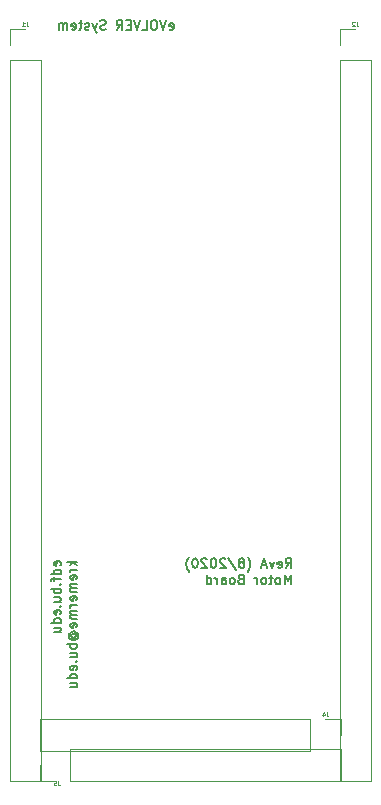
<source format=gbo>
G04 #@! TF.GenerationSoftware,KiCad,Pcbnew,5.1.5+dfsg1-2build2*
G04 #@! TF.CreationDate,2020-08-06T15:55:44-04:00*
G04 #@! TF.ProjectId,Motor_Board,4d6f746f-725f-4426-9f61-72642e6b6963,rev?*
G04 #@! TF.SameCoordinates,Original*
G04 #@! TF.FileFunction,Legend,Bot*
G04 #@! TF.FilePolarity,Positive*
%FSLAX46Y46*%
G04 Gerber Fmt 4.6, Leading zero omitted, Abs format (unit mm)*
G04 Created by KiCad (PCBNEW 5.1.5+dfsg1-2build2) date 2020-08-06 15:55:44*
%MOMM*%
%LPD*%
G04 APERTURE LIST*
%ADD10C,0.152400*%
%ADD11C,0.120000*%
%ADD12C,0.076200*%
G04 APERTURE END LIST*
D10*
X86682459Y-129209195D02*
X86953392Y-128822147D01*
X87146916Y-129209195D02*
X87146916Y-128396395D01*
X86837278Y-128396395D01*
X86759868Y-128435100D01*
X86721163Y-128473804D01*
X86682459Y-128551214D01*
X86682459Y-128667328D01*
X86721163Y-128744738D01*
X86759868Y-128783442D01*
X86837278Y-128822147D01*
X87146916Y-128822147D01*
X86024478Y-129170490D02*
X86101887Y-129209195D01*
X86256706Y-129209195D01*
X86334116Y-129170490D01*
X86372820Y-129093080D01*
X86372820Y-128783442D01*
X86334116Y-128706033D01*
X86256706Y-128667328D01*
X86101887Y-128667328D01*
X86024478Y-128706033D01*
X85985773Y-128783442D01*
X85985773Y-128860852D01*
X86372820Y-128938261D01*
X85714840Y-128667328D02*
X85521316Y-129209195D01*
X85327792Y-128667328D01*
X85056859Y-128976966D02*
X84669811Y-128976966D01*
X85134268Y-129209195D02*
X84863335Y-128396395D01*
X84592401Y-129209195D01*
X83469963Y-129518833D02*
X83508668Y-129480128D01*
X83586078Y-129364014D01*
X83624782Y-129286604D01*
X83663487Y-129170490D01*
X83702192Y-128976966D01*
X83702192Y-128822147D01*
X83663487Y-128628623D01*
X83624782Y-128512509D01*
X83586078Y-128435100D01*
X83508668Y-128318985D01*
X83469963Y-128280280D01*
X83044211Y-128744738D02*
X83121620Y-128706033D01*
X83160325Y-128667328D01*
X83199030Y-128589919D01*
X83199030Y-128551214D01*
X83160325Y-128473804D01*
X83121620Y-128435100D01*
X83044211Y-128396395D01*
X82889392Y-128396395D01*
X82811982Y-128435100D01*
X82773278Y-128473804D01*
X82734573Y-128551214D01*
X82734573Y-128589919D01*
X82773278Y-128667328D01*
X82811982Y-128706033D01*
X82889392Y-128744738D01*
X83044211Y-128744738D01*
X83121620Y-128783442D01*
X83160325Y-128822147D01*
X83199030Y-128899557D01*
X83199030Y-129054376D01*
X83160325Y-129131785D01*
X83121620Y-129170490D01*
X83044211Y-129209195D01*
X82889392Y-129209195D01*
X82811982Y-129170490D01*
X82773278Y-129131785D01*
X82734573Y-129054376D01*
X82734573Y-128899557D01*
X82773278Y-128822147D01*
X82811982Y-128783442D01*
X82889392Y-128744738D01*
X81805659Y-128357690D02*
X82502344Y-129402719D01*
X81573430Y-128473804D02*
X81534725Y-128435100D01*
X81457316Y-128396395D01*
X81263792Y-128396395D01*
X81186382Y-128435100D01*
X81147678Y-128473804D01*
X81108973Y-128551214D01*
X81108973Y-128628623D01*
X81147678Y-128744738D01*
X81612135Y-129209195D01*
X81108973Y-129209195D01*
X80605811Y-128396395D02*
X80528401Y-128396395D01*
X80450992Y-128435100D01*
X80412287Y-128473804D01*
X80373582Y-128551214D01*
X80334878Y-128706033D01*
X80334878Y-128899557D01*
X80373582Y-129054376D01*
X80412287Y-129131785D01*
X80450992Y-129170490D01*
X80528401Y-129209195D01*
X80605811Y-129209195D01*
X80683220Y-129170490D01*
X80721925Y-129131785D01*
X80760630Y-129054376D01*
X80799335Y-128899557D01*
X80799335Y-128706033D01*
X80760630Y-128551214D01*
X80721925Y-128473804D01*
X80683220Y-128435100D01*
X80605811Y-128396395D01*
X80025240Y-128473804D02*
X79986535Y-128435100D01*
X79909125Y-128396395D01*
X79715601Y-128396395D01*
X79638192Y-128435100D01*
X79599487Y-128473804D01*
X79560782Y-128551214D01*
X79560782Y-128628623D01*
X79599487Y-128744738D01*
X80063944Y-129209195D01*
X79560782Y-129209195D01*
X79057620Y-128396395D02*
X78980211Y-128396395D01*
X78902801Y-128435100D01*
X78864097Y-128473804D01*
X78825392Y-128551214D01*
X78786687Y-128706033D01*
X78786687Y-128899557D01*
X78825392Y-129054376D01*
X78864097Y-129131785D01*
X78902801Y-129170490D01*
X78980211Y-129209195D01*
X79057620Y-129209195D01*
X79135030Y-129170490D01*
X79173735Y-129131785D01*
X79212440Y-129054376D01*
X79251144Y-128899557D01*
X79251144Y-128706033D01*
X79212440Y-128551214D01*
X79173735Y-128473804D01*
X79135030Y-128435100D01*
X79057620Y-128396395D01*
X78515754Y-129518833D02*
X78477049Y-129480128D01*
X78399640Y-129364014D01*
X78360935Y-129286604D01*
X78322230Y-129170490D01*
X78283525Y-128976966D01*
X78283525Y-128822147D01*
X78322230Y-128628623D01*
X78360935Y-128512509D01*
X78399640Y-128435100D01*
X78477049Y-128318985D01*
X78515754Y-128280280D01*
X87146916Y-130580795D02*
X87146916Y-129767995D01*
X86875982Y-130348566D01*
X86605049Y-129767995D01*
X86605049Y-130580795D01*
X86101887Y-130580795D02*
X86179297Y-130542090D01*
X86218001Y-130503385D01*
X86256706Y-130425976D01*
X86256706Y-130193747D01*
X86218001Y-130116338D01*
X86179297Y-130077633D01*
X86101887Y-130038928D01*
X85985773Y-130038928D01*
X85908363Y-130077633D01*
X85869659Y-130116338D01*
X85830954Y-130193747D01*
X85830954Y-130425976D01*
X85869659Y-130503385D01*
X85908363Y-130542090D01*
X85985773Y-130580795D01*
X86101887Y-130580795D01*
X85598725Y-130038928D02*
X85289087Y-130038928D01*
X85482611Y-129767995D02*
X85482611Y-130464680D01*
X85443906Y-130542090D01*
X85366497Y-130580795D01*
X85289087Y-130580795D01*
X84902040Y-130580795D02*
X84979449Y-130542090D01*
X85018154Y-130503385D01*
X85056859Y-130425976D01*
X85056859Y-130193747D01*
X85018154Y-130116338D01*
X84979449Y-130077633D01*
X84902040Y-130038928D01*
X84785925Y-130038928D01*
X84708516Y-130077633D01*
X84669811Y-130116338D01*
X84631106Y-130193747D01*
X84631106Y-130425976D01*
X84669811Y-130503385D01*
X84708516Y-130542090D01*
X84785925Y-130580795D01*
X84902040Y-130580795D01*
X84282763Y-130580795D02*
X84282763Y-130038928D01*
X84282763Y-130193747D02*
X84244059Y-130116338D01*
X84205354Y-130077633D01*
X84127944Y-130038928D01*
X84050535Y-130038928D01*
X82889392Y-130155042D02*
X82773278Y-130193747D01*
X82734573Y-130232452D01*
X82695868Y-130309861D01*
X82695868Y-130425976D01*
X82734573Y-130503385D01*
X82773278Y-130542090D01*
X82850687Y-130580795D01*
X83160325Y-130580795D01*
X83160325Y-129767995D01*
X82889392Y-129767995D01*
X82811982Y-129806700D01*
X82773278Y-129845404D01*
X82734573Y-129922814D01*
X82734573Y-130000223D01*
X82773278Y-130077633D01*
X82811982Y-130116338D01*
X82889392Y-130155042D01*
X83160325Y-130155042D01*
X82231411Y-130580795D02*
X82308820Y-130542090D01*
X82347525Y-130503385D01*
X82386230Y-130425976D01*
X82386230Y-130193747D01*
X82347525Y-130116338D01*
X82308820Y-130077633D01*
X82231411Y-130038928D01*
X82115297Y-130038928D01*
X82037887Y-130077633D01*
X81999182Y-130116338D01*
X81960478Y-130193747D01*
X81960478Y-130425976D01*
X81999182Y-130503385D01*
X82037887Y-130542090D01*
X82115297Y-130580795D01*
X82231411Y-130580795D01*
X81263792Y-130580795D02*
X81263792Y-130155042D01*
X81302497Y-130077633D01*
X81379906Y-130038928D01*
X81534725Y-130038928D01*
X81612135Y-130077633D01*
X81263792Y-130542090D02*
X81341201Y-130580795D01*
X81534725Y-130580795D01*
X81612135Y-130542090D01*
X81650840Y-130464680D01*
X81650840Y-130387271D01*
X81612135Y-130309861D01*
X81534725Y-130271157D01*
X81341201Y-130271157D01*
X81263792Y-130232452D01*
X80876744Y-130580795D02*
X80876744Y-130038928D01*
X80876744Y-130193747D02*
X80838040Y-130116338D01*
X80799335Y-130077633D01*
X80721925Y-130038928D01*
X80644516Y-130038928D01*
X80025240Y-130580795D02*
X80025240Y-129767995D01*
X80025240Y-130542090D02*
X80102649Y-130580795D01*
X80257468Y-130580795D01*
X80334878Y-130542090D01*
X80373582Y-130503385D01*
X80412287Y-130425976D01*
X80412287Y-130193747D01*
X80373582Y-130116338D01*
X80334878Y-130077633D01*
X80257468Y-130038928D01*
X80102649Y-130038928D01*
X80025240Y-130077633D01*
X76867657Y-83602890D02*
X76945066Y-83641595D01*
X77099885Y-83641595D01*
X77177295Y-83602890D01*
X77216000Y-83525480D01*
X77216000Y-83215842D01*
X77177295Y-83138433D01*
X77099885Y-83099728D01*
X76945066Y-83099728D01*
X76867657Y-83138433D01*
X76828952Y-83215842D01*
X76828952Y-83293252D01*
X77216000Y-83370661D01*
X76596723Y-82828795D02*
X76325790Y-83641595D01*
X76054857Y-82828795D01*
X75629104Y-82828795D02*
X75474285Y-82828795D01*
X75396876Y-82867500D01*
X75319466Y-82944909D01*
X75280761Y-83099728D01*
X75280761Y-83370661D01*
X75319466Y-83525480D01*
X75396876Y-83602890D01*
X75474285Y-83641595D01*
X75629104Y-83641595D01*
X75706514Y-83602890D01*
X75783923Y-83525480D01*
X75822628Y-83370661D01*
X75822628Y-83099728D01*
X75783923Y-82944909D01*
X75706514Y-82867500D01*
X75629104Y-82828795D01*
X74545371Y-83641595D02*
X74932419Y-83641595D01*
X74932419Y-82828795D01*
X74390552Y-82828795D02*
X74119619Y-83641595D01*
X73848685Y-82828795D01*
X73577752Y-83215842D02*
X73306819Y-83215842D01*
X73190704Y-83641595D02*
X73577752Y-83641595D01*
X73577752Y-82828795D01*
X73190704Y-82828795D01*
X72377904Y-83641595D02*
X72648838Y-83254547D01*
X72842361Y-83641595D02*
X72842361Y-82828795D01*
X72532723Y-82828795D01*
X72455314Y-82867500D01*
X72416609Y-82906204D01*
X72377904Y-82983614D01*
X72377904Y-83099728D01*
X72416609Y-83177138D01*
X72455314Y-83215842D01*
X72532723Y-83254547D01*
X72842361Y-83254547D01*
X71448990Y-83602890D02*
X71332876Y-83641595D01*
X71139352Y-83641595D01*
X71061942Y-83602890D01*
X71023238Y-83564185D01*
X70984533Y-83486776D01*
X70984533Y-83409366D01*
X71023238Y-83331957D01*
X71061942Y-83293252D01*
X71139352Y-83254547D01*
X71294171Y-83215842D01*
X71371580Y-83177138D01*
X71410285Y-83138433D01*
X71448990Y-83061023D01*
X71448990Y-82983614D01*
X71410285Y-82906204D01*
X71371580Y-82867500D01*
X71294171Y-82828795D01*
X71100647Y-82828795D01*
X70984533Y-82867500D01*
X70713600Y-83099728D02*
X70520076Y-83641595D01*
X70326552Y-83099728D02*
X70520076Y-83641595D01*
X70597485Y-83835119D01*
X70636190Y-83873823D01*
X70713600Y-83912528D01*
X70055619Y-83602890D02*
X69978209Y-83641595D01*
X69823390Y-83641595D01*
X69745980Y-83602890D01*
X69707276Y-83525480D01*
X69707276Y-83486776D01*
X69745980Y-83409366D01*
X69823390Y-83370661D01*
X69939504Y-83370661D01*
X70016914Y-83331957D01*
X70055619Y-83254547D01*
X70055619Y-83215842D01*
X70016914Y-83138433D01*
X69939504Y-83099728D01*
X69823390Y-83099728D01*
X69745980Y-83138433D01*
X69475047Y-83099728D02*
X69165409Y-83099728D01*
X69358933Y-82828795D02*
X69358933Y-83525480D01*
X69320228Y-83602890D01*
X69242819Y-83641595D01*
X69165409Y-83641595D01*
X68584838Y-83602890D02*
X68662247Y-83641595D01*
X68817066Y-83641595D01*
X68894476Y-83602890D01*
X68933180Y-83525480D01*
X68933180Y-83215842D01*
X68894476Y-83138433D01*
X68817066Y-83099728D01*
X68662247Y-83099728D01*
X68584838Y-83138433D01*
X68546133Y-83215842D01*
X68546133Y-83293252D01*
X68933180Y-83370661D01*
X68197790Y-83641595D02*
X68197790Y-83099728D01*
X68197790Y-83177138D02*
X68159085Y-83138433D01*
X68081676Y-83099728D01*
X67965561Y-83099728D01*
X67888152Y-83138433D01*
X67849447Y-83215842D01*
X67849447Y-83641595D01*
X67849447Y-83215842D02*
X67810742Y-83138433D01*
X67733333Y-83099728D01*
X67617219Y-83099728D01*
X67539809Y-83138433D01*
X67501104Y-83215842D01*
X67501104Y-83641595D01*
X67600890Y-128999221D02*
X67639595Y-128921812D01*
X67639595Y-128766993D01*
X67600890Y-128689583D01*
X67523480Y-128650879D01*
X67213842Y-128650879D01*
X67136433Y-128689583D01*
X67097728Y-128766993D01*
X67097728Y-128921812D01*
X67136433Y-128999221D01*
X67213842Y-129037926D01*
X67291252Y-129037926D01*
X67368661Y-128650879D01*
X67639595Y-129734612D02*
X66826795Y-129734612D01*
X67600890Y-129734612D02*
X67639595Y-129657202D01*
X67639595Y-129502383D01*
X67600890Y-129424974D01*
X67562185Y-129386269D01*
X67484776Y-129347564D01*
X67252547Y-129347564D01*
X67175138Y-129386269D01*
X67136433Y-129424974D01*
X67097728Y-129502383D01*
X67097728Y-129657202D01*
X67136433Y-129734612D01*
X67097728Y-130005545D02*
X67097728Y-130315183D01*
X67639595Y-130121660D02*
X66942909Y-130121660D01*
X66865500Y-130160364D01*
X66826795Y-130237774D01*
X66826795Y-130315183D01*
X67562185Y-130586117D02*
X67600890Y-130624821D01*
X67639595Y-130586117D01*
X67600890Y-130547412D01*
X67562185Y-130586117D01*
X67639595Y-130586117D01*
X67639595Y-130973164D02*
X66826795Y-130973164D01*
X67136433Y-130973164D02*
X67097728Y-131050574D01*
X67097728Y-131205393D01*
X67136433Y-131282802D01*
X67175138Y-131321507D01*
X67252547Y-131360212D01*
X67484776Y-131360212D01*
X67562185Y-131321507D01*
X67600890Y-131282802D01*
X67639595Y-131205393D01*
X67639595Y-131050574D01*
X67600890Y-130973164D01*
X67097728Y-132056898D02*
X67639595Y-132056898D01*
X67097728Y-131708555D02*
X67523480Y-131708555D01*
X67600890Y-131747260D01*
X67639595Y-131824669D01*
X67639595Y-131940783D01*
X67600890Y-132018193D01*
X67562185Y-132056898D01*
X67562185Y-132443945D02*
X67600890Y-132482650D01*
X67639595Y-132443945D01*
X67600890Y-132405240D01*
X67562185Y-132443945D01*
X67639595Y-132443945D01*
X67600890Y-133140631D02*
X67639595Y-133063221D01*
X67639595Y-132908402D01*
X67600890Y-132830993D01*
X67523480Y-132792288D01*
X67213842Y-132792288D01*
X67136433Y-132830993D01*
X67097728Y-132908402D01*
X67097728Y-133063221D01*
X67136433Y-133140631D01*
X67213842Y-133179336D01*
X67291252Y-133179336D01*
X67368661Y-132792288D01*
X67639595Y-133876021D02*
X66826795Y-133876021D01*
X67600890Y-133876021D02*
X67639595Y-133798612D01*
X67639595Y-133643793D01*
X67600890Y-133566383D01*
X67562185Y-133527679D01*
X67484776Y-133488974D01*
X67252547Y-133488974D01*
X67175138Y-133527679D01*
X67136433Y-133566383D01*
X67097728Y-133643793D01*
X67097728Y-133798612D01*
X67136433Y-133876021D01*
X67097728Y-134611412D02*
X67639595Y-134611412D01*
X67097728Y-134263069D02*
X67523480Y-134263069D01*
X67600890Y-134301774D01*
X67639595Y-134379183D01*
X67639595Y-134495298D01*
X67600890Y-134572707D01*
X67562185Y-134611412D01*
X69011195Y-128689583D02*
X68198395Y-128689583D01*
X68701557Y-128766993D02*
X69011195Y-128999221D01*
X68469328Y-128999221D02*
X68778966Y-128689583D01*
X69011195Y-129347564D02*
X68469328Y-129347564D01*
X68624147Y-129347564D02*
X68546738Y-129386269D01*
X68508033Y-129424974D01*
X68469328Y-129502383D01*
X68469328Y-129579793D01*
X68972490Y-130160364D02*
X69011195Y-130082955D01*
X69011195Y-129928136D01*
X68972490Y-129850726D01*
X68895080Y-129812021D01*
X68585442Y-129812021D01*
X68508033Y-129850726D01*
X68469328Y-129928136D01*
X68469328Y-130082955D01*
X68508033Y-130160364D01*
X68585442Y-130199069D01*
X68662852Y-130199069D01*
X68740261Y-129812021D01*
X69011195Y-130547412D02*
X68469328Y-130547412D01*
X68546738Y-130547412D02*
X68508033Y-130586117D01*
X68469328Y-130663526D01*
X68469328Y-130779640D01*
X68508033Y-130857050D01*
X68585442Y-130895755D01*
X69011195Y-130895755D01*
X68585442Y-130895755D02*
X68508033Y-130934460D01*
X68469328Y-131011869D01*
X68469328Y-131127983D01*
X68508033Y-131205393D01*
X68585442Y-131244098D01*
X69011195Y-131244098D01*
X68972490Y-131940783D02*
X69011195Y-131863374D01*
X69011195Y-131708555D01*
X68972490Y-131631145D01*
X68895080Y-131592440D01*
X68585442Y-131592440D01*
X68508033Y-131631145D01*
X68469328Y-131708555D01*
X68469328Y-131863374D01*
X68508033Y-131940783D01*
X68585442Y-131979488D01*
X68662852Y-131979488D01*
X68740261Y-131592440D01*
X69011195Y-132327831D02*
X68469328Y-132327831D01*
X68624147Y-132327831D02*
X68546738Y-132366536D01*
X68508033Y-132405240D01*
X68469328Y-132482650D01*
X68469328Y-132560060D01*
X69011195Y-132830993D02*
X68469328Y-132830993D01*
X68546738Y-132830993D02*
X68508033Y-132869698D01*
X68469328Y-132947107D01*
X68469328Y-133063221D01*
X68508033Y-133140631D01*
X68585442Y-133179336D01*
X69011195Y-133179336D01*
X68585442Y-133179336D02*
X68508033Y-133218040D01*
X68469328Y-133295450D01*
X68469328Y-133411564D01*
X68508033Y-133488974D01*
X68585442Y-133527679D01*
X69011195Y-133527679D01*
X68972490Y-134224364D02*
X69011195Y-134146955D01*
X69011195Y-133992136D01*
X68972490Y-133914726D01*
X68895080Y-133876021D01*
X68585442Y-133876021D01*
X68508033Y-133914726D01*
X68469328Y-133992136D01*
X68469328Y-134146955D01*
X68508033Y-134224364D01*
X68585442Y-134263069D01*
X68662852Y-134263069D01*
X68740261Y-133876021D01*
X68624147Y-135114574D02*
X68585442Y-135075869D01*
X68546738Y-134998460D01*
X68546738Y-134921050D01*
X68585442Y-134843640D01*
X68624147Y-134804936D01*
X68701557Y-134766231D01*
X68778966Y-134766231D01*
X68856376Y-134804936D01*
X68895080Y-134843640D01*
X68933785Y-134921050D01*
X68933785Y-134998460D01*
X68895080Y-135075869D01*
X68856376Y-135114574D01*
X68546738Y-135114574D02*
X68856376Y-135114574D01*
X68895080Y-135153279D01*
X68895080Y-135191983D01*
X68856376Y-135269393D01*
X68778966Y-135308098D01*
X68585442Y-135308098D01*
X68469328Y-135230688D01*
X68391919Y-135114574D01*
X68353214Y-134959755D01*
X68391919Y-134804936D01*
X68469328Y-134688821D01*
X68585442Y-134611412D01*
X68740261Y-134572707D01*
X68895080Y-134611412D01*
X69011195Y-134688821D01*
X69088604Y-134804936D01*
X69127309Y-134959755D01*
X69088604Y-135114574D01*
X69011195Y-135230688D01*
X69011195Y-135656440D02*
X68198395Y-135656440D01*
X68508033Y-135656440D02*
X68469328Y-135733850D01*
X68469328Y-135888669D01*
X68508033Y-135966079D01*
X68546738Y-136004783D01*
X68624147Y-136043488D01*
X68856376Y-136043488D01*
X68933785Y-136004783D01*
X68972490Y-135966079D01*
X69011195Y-135888669D01*
X69011195Y-135733850D01*
X68972490Y-135656440D01*
X68469328Y-136740174D02*
X69011195Y-136740174D01*
X68469328Y-136391831D02*
X68895080Y-136391831D01*
X68972490Y-136430536D01*
X69011195Y-136507945D01*
X69011195Y-136624060D01*
X68972490Y-136701469D01*
X68933785Y-136740174D01*
X68933785Y-137127221D02*
X68972490Y-137165926D01*
X69011195Y-137127221D01*
X68972490Y-137088517D01*
X68933785Y-137127221D01*
X69011195Y-137127221D01*
X68972490Y-137823907D02*
X69011195Y-137746498D01*
X69011195Y-137591679D01*
X68972490Y-137514269D01*
X68895080Y-137475564D01*
X68585442Y-137475564D01*
X68508033Y-137514269D01*
X68469328Y-137591679D01*
X68469328Y-137746498D01*
X68508033Y-137823907D01*
X68585442Y-137862612D01*
X68662852Y-137862612D01*
X68740261Y-137475564D01*
X69011195Y-138559298D02*
X68198395Y-138559298D01*
X68972490Y-138559298D02*
X69011195Y-138481888D01*
X69011195Y-138327069D01*
X68972490Y-138249660D01*
X68933785Y-138210955D01*
X68856376Y-138172250D01*
X68624147Y-138172250D01*
X68546738Y-138210955D01*
X68508033Y-138249660D01*
X68469328Y-138327069D01*
X68469328Y-138481888D01*
X68508033Y-138559298D01*
X68469328Y-139294688D02*
X69011195Y-139294688D01*
X68469328Y-138946345D02*
X68895080Y-138946345D01*
X68972490Y-138985050D01*
X69011195Y-139062460D01*
X69011195Y-139178574D01*
X68972490Y-139255983D01*
X68933785Y-139294688D01*
D11*
G04 #@! TO.C,J2*
X92608400Y-83607600D02*
X91278400Y-83607600D01*
X91278400Y-83607600D02*
X91278400Y-84937600D01*
X91278400Y-86207600D02*
X91278400Y-147227600D01*
X93938400Y-147227600D02*
X91278400Y-147227600D01*
X93938400Y-86207600D02*
X93938400Y-147227600D01*
X93938400Y-86207600D02*
X91278400Y-86207600D01*
G04 #@! TO.C,J1*
X65998400Y-86207600D02*
X63338400Y-86207600D01*
X65998400Y-86207600D02*
X65998400Y-147227600D01*
X65998400Y-147227600D02*
X63338400Y-147227600D01*
X63338400Y-86207600D02*
X63338400Y-147227600D01*
X63338400Y-83607600D02*
X63338400Y-84937600D01*
X64668400Y-83607600D02*
X63338400Y-83607600D01*
G04 #@! TO.C,J4*
X91398400Y-143357600D02*
X91398400Y-142027600D01*
X91398400Y-142027600D02*
X90068400Y-142027600D01*
X88798400Y-142027600D02*
X65878400Y-142027600D01*
X65878400Y-144687600D02*
X65878400Y-142027600D01*
X88798400Y-144687600D02*
X65878400Y-144687600D01*
X88798400Y-144687600D02*
X88798400Y-142027600D01*
G04 #@! TO.C,J5*
X68478400Y-144567600D02*
X68478400Y-147227600D01*
X68478400Y-144567600D02*
X91398400Y-144567600D01*
X91398400Y-144567600D02*
X91398400Y-147227600D01*
X68478400Y-147227600D02*
X91398400Y-147227600D01*
X65878400Y-147227600D02*
X67208400Y-147227600D01*
X65878400Y-145897600D02*
X65878400Y-147227600D01*
G04 #@! TO.C,J2*
D12*
X92710000Y-82976357D02*
X92710000Y-83248500D01*
X92728142Y-83302928D01*
X92764428Y-83339214D01*
X92818857Y-83357357D01*
X92855142Y-83357357D01*
X92546714Y-83012642D02*
X92528571Y-82994500D01*
X92492285Y-82976357D01*
X92401571Y-82976357D01*
X92365285Y-82994500D01*
X92347142Y-83012642D01*
X92329000Y-83048928D01*
X92329000Y-83085214D01*
X92347142Y-83139642D01*
X92564857Y-83357357D01*
X92329000Y-83357357D01*
G04 #@! TO.C,J1*
X64770000Y-82976357D02*
X64770000Y-83248500D01*
X64788142Y-83302928D01*
X64824428Y-83339214D01*
X64878857Y-83357357D01*
X64915142Y-83357357D01*
X64389000Y-83357357D02*
X64606714Y-83357357D01*
X64497857Y-83357357D02*
X64497857Y-82976357D01*
X64534142Y-83030785D01*
X64570428Y-83067071D01*
X64606714Y-83085214D01*
G04 #@! TO.C,J4*
X90170000Y-141396357D02*
X90170000Y-141668500D01*
X90188142Y-141722928D01*
X90224428Y-141759214D01*
X90278857Y-141777357D01*
X90315142Y-141777357D01*
X89825285Y-141523357D02*
X89825285Y-141777357D01*
X89916000Y-141378214D02*
X90006714Y-141650357D01*
X89770857Y-141650357D01*
G04 #@! TO.C,J5*
X67437000Y-147238357D02*
X67437000Y-147510500D01*
X67455142Y-147564928D01*
X67491428Y-147601214D01*
X67545857Y-147619357D01*
X67582142Y-147619357D01*
X67074142Y-147238357D02*
X67255571Y-147238357D01*
X67273714Y-147419785D01*
X67255571Y-147401642D01*
X67219285Y-147383500D01*
X67128571Y-147383500D01*
X67092285Y-147401642D01*
X67074142Y-147419785D01*
X67056000Y-147456071D01*
X67056000Y-147546785D01*
X67074142Y-147583071D01*
X67092285Y-147601214D01*
X67128571Y-147619357D01*
X67219285Y-147619357D01*
X67255571Y-147601214D01*
X67273714Y-147583071D01*
G04 #@! TD*
M02*

</source>
